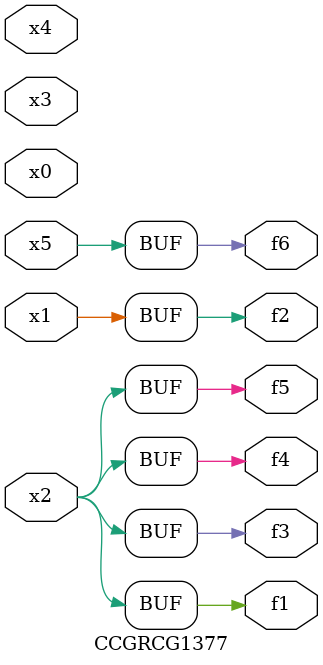
<source format=v>
module CCGRCG1377(
	input x0, x1, x2, x3, x4, x5,
	output f1, f2, f3, f4, f5, f6
);
	assign f1 = x2;
	assign f2 = x1;
	assign f3 = x2;
	assign f4 = x2;
	assign f5 = x2;
	assign f6 = x5;
endmodule

</source>
